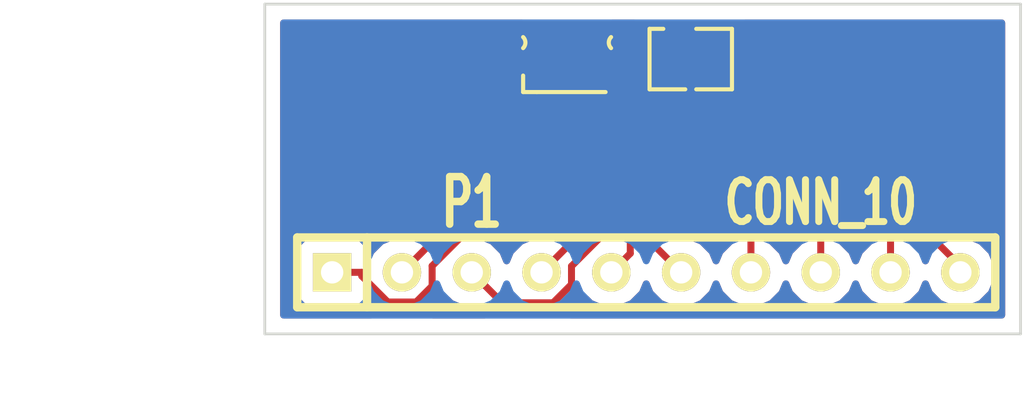
<source format=kicad_pcb>
(kicad_pcb (version 3) (host pcbnew "(2013-jul-07)-stable")

  (general
    (links 10)
    (no_connects 0)
    (area 32.000001 37.871 69.550001 54.7)
    (thickness 1.6)
    (drawings 6)
    (tracks 37)
    (zones 0)
    (modules 3)
    (nets 11)
  )

  (page A3)
  (layers
    (15 F.Cu signal)
    (0 B.Cu signal)
    (16 B.Adhes user)
    (17 F.Adhes user)
    (18 B.Paste user)
    (19 F.Paste user)
    (20 B.SilkS user)
    (21 F.SilkS user)
    (22 B.Mask user)
    (23 F.Mask user)
    (24 Dwgs.User user)
    (25 Cmts.User user)
    (26 Eco1.User user)
    (27 Eco2.User user)
    (28 Edge.Cuts user)
  )

  (setup
    (last_trace_width 0.254)
    (trace_clearance 0.254)
    (zone_clearance 0.508)
    (zone_45_only no)
    (trace_min 0.254)
    (segment_width 0.2)
    (edge_width 0.1)
    (via_size 0.889)
    (via_drill 0.635)
    (via_min_size 0.889)
    (via_min_drill 0.508)
    (uvia_size 0.508)
    (uvia_drill 0.127)
    (uvias_allowed no)
    (uvia_min_size 0.508)
    (uvia_min_drill 0.127)
    (pcb_text_width 0.3)
    (pcb_text_size 1.5 1.5)
    (mod_edge_width 0.15)
    (mod_text_size 1 1)
    (mod_text_width 0.15)
    (pad_size 0.9 0.6)
    (pad_drill 0)
    (pad_to_mask_clearance 0)
    (aux_axis_origin 0 0)
    (visible_elements FFFFFFBF)
    (pcbplotparams
      (layerselection 284196865)
      (usegerberextensions true)
      (excludeedgelayer true)
      (linewidth 0.150000)
      (plotframeref false)
      (viasonmask false)
      (mode 1)
      (useauxorigin false)
      (hpglpennumber 1)
      (hpglpenspeed 20)
      (hpglpendiameter 15)
      (hpglpenoverlay 2)
      (psnegative false)
      (psa4output false)
      (plotreference true)
      (plotvalue true)
      (plotothertext true)
      (plotinvisibletext false)
      (padsonsilk false)
      (subtractmaskfromsilk false)
      (outputformat 1)
      (mirror false)
      (drillshape 0)
      (scaleselection 1)
      (outputdirectory gerber/))
  )

  (net 0 "")
  (net 1 N-000001)
  (net 2 N-0000010)
  (net 3 N-000002)
  (net 4 N-000003)
  (net 5 N-000004)
  (net 6 N-000005)
  (net 7 N-000006)
  (net 8 N-000007)
  (net 9 N-000008)
  (net 10 N-000009)

  (net_class Default "This is the default net class."
    (clearance 0.254)
    (trace_width 0.254)
    (via_dia 0.889)
    (via_drill 0.635)
    (uvia_dia 0.508)
    (uvia_drill 0.127)
    (add_net "")
    (add_net N-000001)
    (add_net N-0000010)
    (add_net N-000002)
    (add_net N-000003)
    (add_net N-000004)
    (add_net N-000005)
    (add_net N-000006)
    (add_net N-000007)
    (add_net N-000008)
    (add_net N-000009)
  )

  (module TCS34725 (layer F.Cu) (tedit 550F1FE4) (tstamp 550F2088)
    (at 57.5 40.5 180)
    (path /550EC0EF)
    (fp_text reference IC1 (at 0 -1.6 180) (layer F.SilkS) hide
      (effects (font (size 1 1) (thickness 0.15)))
    )
    (fp_text value TCS3472 (at 0 1.8 180) (layer F.SilkS) hide
      (effects (font (size 1 1) (thickness 0.15)))
    )
    (fp_line (start -0.2 -1.1) (end -1.5 -1.1) (layer F.SilkS) (width 0.15))
    (fp_line (start -1.5 -1.1) (end -1.5 1.1) (layer F.SilkS) (width 0.15))
    (fp_line (start -1.5 1.1) (end -0.2 1.1) (layer F.SilkS) (width 0.15))
    (fp_line (start 1 1.1) (end 1.5 1.1) (layer F.SilkS) (width 0.15))
    (fp_line (start 1.5 1.1) (end 1.5 -1) (layer F.SilkS) (width 0.15))
    (fp_line (start 1.5 -1) (end 1.5 -1.1) (layer F.SilkS) (width 0.15))
    (fp_line (start 1.5 -1.1) (end 0.2 -1.1) (layer F.SilkS) (width 0.15))
    (pad 1 smd rect (at 0.75 0.65 180) (size 1 0.4)
      (layers F.Cu F.Paste F.Mask)
      (net 4 N-000003)
    )
    (pad 2 smd rect (at 0.75 0 180) (size 1 0.4)
      (layers F.Cu F.Paste F.Mask)
      (net 5 N-000004)
    )
    (pad 3 smd rect (at 0.75 -0.65 180) (size 1 0.4)
      (layers F.Cu F.Paste F.Mask)
      (net 6 N-000005)
    )
    (pad 4 smd rect (at -0.75 -0.65 180) (size 1 0.4)
      (layers F.Cu F.Paste F.Mask)
      (net 7 N-000006)
    )
    (pad 5 smd rect (at -0.75 0 180) (size 1 0.4)
      (layers F.Cu F.Paste F.Mask)
      (net 8 N-000007)
    )
    (pad 6 smd rect (at -0.75 0.65 180) (size 1 0.4)
      (layers F.Cu F.Paste F.Mask)
      (net 9 N-000008)
    )
  )

  (module SIL-10 (layer F.Cu) (tedit 200000) (tstamp 550F209B)
    (at 55.88 48.26)
    (descr "Connecteur 10 pins")
    (tags "CONN DEV")
    (path /550EED33)
    (fp_text reference P1 (at -6.35 -2.54) (layer F.SilkS)
      (effects (font (size 1.72974 1.08712) (thickness 0.3048)))
    )
    (fp_text value CONN_10 (at 6.35 -2.54) (layer F.SilkS)
      (effects (font (size 1.524 1.016) (thickness 0.3048)))
    )
    (fp_line (start -12.7 1.27) (end -12.7 -1.27) (layer F.SilkS) (width 0.3048))
    (fp_line (start -12.7 -1.27) (end 12.7 -1.27) (layer F.SilkS) (width 0.3048))
    (fp_line (start 12.7 -1.27) (end 12.7 1.27) (layer F.SilkS) (width 0.3048))
    (fp_line (start 12.7 1.27) (end -12.7 1.27) (layer F.SilkS) (width 0.3048))
    (fp_line (start -10.16 1.27) (end -10.16 -1.27) (layer F.SilkS) (width 0.3048))
    (pad 1 thru_hole rect (at -11.43 0) (size 1.397 1.397) (drill 0.8128)
      (layers *.Cu *.Mask F.SilkS)
      (net 2 N-0000010)
    )
    (pad 2 thru_hole circle (at -8.89 0) (size 1.397 1.397) (drill 0.8128)
      (layers *.Cu *.Mask F.SilkS)
      (net 10 N-000009)
    )
    (pad 3 thru_hole circle (at -6.35 0) (size 1.397 1.397) (drill 0.8128)
      (layers *.Cu *.Mask F.SilkS)
      (net 1 N-000001)
    )
    (pad 4 thru_hole circle (at -3.81 0) (size 1.397 1.397) (drill 0.8128)
      (layers *.Cu *.Mask F.SilkS)
      (net 3 N-000002)
    )
    (pad 5 thru_hole circle (at -1.27 0) (size 1.397 1.397) (drill 0.8128)
      (layers *.Cu *.Mask F.SilkS)
      (net 4 N-000003)
    )
    (pad 6 thru_hole circle (at 1.27 0) (size 1.397 1.397) (drill 0.8128)
      (layers *.Cu *.Mask F.SilkS)
      (net 5 N-000004)
    )
    (pad 7 thru_hole circle (at 3.81 0) (size 1.397 1.397) (drill 0.8128)
      (layers *.Cu *.Mask F.SilkS)
      (net 6 N-000005)
    )
    (pad 8 thru_hole circle (at 6.35 0) (size 1.397 1.397) (drill 0.8128)
      (layers *.Cu *.Mask F.SilkS)
      (net 7 N-000006)
    )
    (pad 9 thru_hole circle (at 8.89 0) (size 1.397 1.397) (drill 0.8128)
      (layers *.Cu *.Mask F.SilkS)
      (net 8 N-000007)
    )
    (pad 10 thru_hole circle (at 11.43 0) (size 1.397 1.397) (drill 0.8128)
      (layers *.Cu *.Mask F.SilkS)
      (net 9 N-000008)
    )
  )

  (module HSMF-C114 (layer F.Cu) (tedit 550F0998) (tstamp 550F20A8)
    (at 53 40.5)
    (path /550EBDBF)
    (fp_text reference LED1 (at 0 -1.7) (layer F.SilkS) hide
      (effects (font (size 1 1) (thickness 0.15)))
    )
    (fp_text value LED_ARGB (at 0.5 2.2) (layer F.SilkS) hide
      (effects (font (size 1 1) (thickness 0.15)))
    )
    (fp_arc (start 1.8 -0.6) (end 1.6 -0.4) (angle 90) (layer F.SilkS) (width 0.15))
    (fp_arc (start -1.8 -0.6) (end -1.6 -0.8) (angle 90) (layer F.SilkS) (width 0.15))
    (fp_line (start -1.1 1.2) (end 1.4 1.2) (layer F.SilkS) (width 0.15))
    (fp_line (start -1.6 0.6) (end -1.6 1.2) (layer F.SilkS) (width 0.15))
    (fp_line (start -1.6 1.2) (end -1.1 1.2) (layer F.SilkS) (width 0.15))
    (pad 1 smd rect (at -0.75 0.55) (size 0.9 0.6)
      (layers F.Cu F.Paste F.Mask)
      (net 2 N-0000010)
    )
    (pad 2 smd rect (at -0.75 -0.55) (size 0.9 0.6)
      (layers F.Cu F.Paste F.Mask)
      (net 10 N-000009)
    )
    (pad 3 smd rect (at 0.75 -0.55) (size 0.9 0.6)
      (layers F.Cu F.Paste F.Mask)
      (net 1 N-000001)
    )
    (pad 4 smd rect (at 0.75 0.55) (size 0.9 0.6)
      (layers F.Cu F.Paste F.Mask)
      (net 3 N-000002)
    )
  )

  (dimension 12 (width 0.3) (layer Dwgs.User)
    (gr_text "12.000 mm" (at 38.65 44.5 90) (layer Dwgs.User)
      (effects (font (size 1.5 1.5) (thickness 0.3)))
    )
    (feature1 (pts (xy 41 38.5) (xy 37.3 38.5)))
    (feature2 (pts (xy 41 50.5) (xy 37.3 50.5)))
    (crossbar (pts (xy 40 50.5) (xy 40 38.5)))
    (arrow1a (pts (xy 40 38.5) (xy 40.58642 39.626503)))
    (arrow1b (pts (xy 40 38.5) (xy 39.41358 39.626503)))
    (arrow2a (pts (xy 40 50.5) (xy 40.58642 49.373497)))
    (arrow2b (pts (xy 40 50.5) (xy 39.41358 49.373497)))
  )
  (dimension 27.5 (width 0.3) (layer Dwgs.User)
    (gr_text "27.500 mm" (at 55.75 53.349999) (layer Dwgs.User)
      (effects (font (size 1.5 1.5) (thickness 0.3)))
    )
    (feature1 (pts (xy 42 51) (xy 42 54.699999)))
    (feature2 (pts (xy 69.5 51) (xy 69.5 54.699999)))
    (crossbar (pts (xy 69.5 51.999999) (xy 42 51.999999)))
    (arrow1a (pts (xy 42 51.999999) (xy 43.126503 51.413579)))
    (arrow1b (pts (xy 42 51.999999) (xy 43.126503 52.586419)))
    (arrow2a (pts (xy 69.5 51.999999) (xy 68.373497 51.413579)))
    (arrow2b (pts (xy 69.5 51.999999) (xy 68.373497 52.586419)))
  )
  (gr_line (start 42 50.5) (end 69.5 50.5) (angle 90) (layer Edge.Cuts) (width 0.1))
  (gr_line (start 42 38.5) (end 42 50.5) (angle 90) (layer Edge.Cuts) (width 0.1))
  (gr_line (start 69.5 38.5) (end 42 38.5) (angle 90) (layer Edge.Cuts) (width 0.1))
  (gr_line (start 69.5 50.5) (end 69.5 38.5) (angle 90) (layer Edge.Cuts) (width 0.1))

  (segment (start 54.5813 46.6147) (end 54.5813 39.95) (width 0.254) (layer F.Cu) (net 1))
  (segment (start 53.1602 48.0358) (end 54.5813 46.6147) (width 0.254) (layer F.Cu) (net 1))
  (segment (start 53.1602 48.697) (end 53.1602 48.0358) (width 0.254) (layer F.Cu) (net 1))
  (segment (start 52.4886 49.3686) (end 53.1602 48.697) (width 0.254) (layer F.Cu) (net 1))
  (segment (start 50.6386 49.3686) (end 52.4886 49.3686) (width 0.254) (layer F.Cu) (net 1))
  (segment (start 49.53 48.26) (end 50.6386 49.3686) (width 0.254) (layer F.Cu) (net 1))
  (segment (start 53.75 39.95) (end 54.5813 39.95) (width 0.254) (layer F.Cu) (net 1))
  (segment (start 45.5298 48.3951) (end 45.5298 48.26) (width 0.254) (layer F.Cu) (net 2))
  (segment (start 46.4745 49.3398) (end 45.5298 48.3951) (width 0.254) (layer F.Cu) (net 2))
  (segment (start 47.5067 49.3398) (end 46.4745 49.3398) (width 0.254) (layer F.Cu) (net 2))
  (segment (start 48.0891 48.7574) (end 47.5067 49.3398) (width 0.254) (layer F.Cu) (net 2))
  (segment (start 48.0891 48.0268) (end 48.0891 48.7574) (width 0.254) (layer F.Cu) (net 2))
  (segment (start 52.25 43.8659) (end 48.0891 48.0268) (width 0.254) (layer F.Cu) (net 2))
  (segment (start 52.25 41.05) (end 52.25 43.8659) (width 0.254) (layer F.Cu) (net 2))
  (segment (start 44.45 48.26) (end 45.5298 48.26) (width 0.254) (layer F.Cu) (net 2))
  (segment (start 53.75 46.58) (end 52.07 48.26) (width 0.254) (layer F.Cu) (net 3))
  (segment (start 53.75 41.05) (end 53.75 46.58) (width 0.254) (layer F.Cu) (net 3))
  (segment (start 55.7998 39.85) (end 56.75 39.85) (width 0.254) (layer F.Cu) (net 4))
  (segment (start 55.2994 40.3504) (end 55.7998 39.85) (width 0.254) (layer F.Cu) (net 4))
  (segment (start 55.2994 47.5706) (end 55.2994 40.3504) (width 0.254) (layer F.Cu) (net 4))
  (segment (start 54.61 48.26) (end 55.2994 47.5706) (width 0.254) (layer F.Cu) (net 4))
  (segment (start 55.8687 46.9787) (end 55.8687 40.5) (width 0.254) (layer F.Cu) (net 5))
  (segment (start 57.15 48.26) (end 55.8687 46.9787) (width 0.254) (layer F.Cu) (net 5))
  (segment (start 56.75 40.5) (end 55.8687 40.5) (width 0.254) (layer F.Cu) (net 5))
  (segment (start 59.69 44.09) (end 56.75 41.15) (width 0.254) (layer F.Cu) (net 6))
  (segment (start 59.69 48.26) (end 59.69 44.09) (width 0.254) (layer F.Cu) (net 6))
  (segment (start 62.23 45.13) (end 58.25 41.15) (width 0.254) (layer F.Cu) (net 7))
  (segment (start 62.23 48.26) (end 62.23 45.13) (width 0.254) (layer F.Cu) (net 7))
  (segment (start 58.8592 40.5) (end 58.25 40.5) (width 0.254) (layer F.Cu) (net 8))
  (segment (start 64.77 46.4108) (end 58.8592 40.5) (width 0.254) (layer F.Cu) (net 8))
  (segment (start 64.77 48.26) (end 64.77 46.4108) (width 0.254) (layer F.Cu) (net 8))
  (segment (start 58.25 39.85) (end 59.1313 39.85) (width 0.254) (layer F.Cu) (net 9))
  (segment (start 67.31 48.0287) (end 59.1313 39.85) (width 0.254) (layer F.Cu) (net 9))
  (segment (start 67.31 48.26) (end 67.31 48.0287) (width 0.254) (layer F.Cu) (net 9))
  (segment (start 51.4187 43.8313) (end 46.99 48.26) (width 0.254) (layer F.Cu) (net 10))
  (segment (start 51.4187 39.95) (end 51.4187 43.8313) (width 0.254) (layer F.Cu) (net 10))
  (segment (start 52.25 39.95) (end 51.4187 39.95) (width 0.254) (layer F.Cu) (net 10))

  (zone (net 0) (net_name "") (layer F.Cu) (tstamp 550F27FB) (hatch edge 0.508)
    (connect_pads (clearance 0.508))
    (min_thickness 0.254)
    (fill (arc_segments 16) (thermal_gap 0.508) (thermal_bridge_width 0.508))
    (polygon
      (pts
        (xy 69.5 50.5) (xy 42 50.5) (xy 42 38.5) (xy 69.5 38.5)
      )
    )
    (filled_polygon
      (pts
        (xy 50.00737 49.815) (xy 48.10913 49.815) (xy 48.627915 49.296216) (xy 48.627915 49.296215) (xy 48.648879 49.26484)
        (xy 48.773647 49.389826) (xy 49.263587 49.593267) (xy 49.786093 49.593723) (xy 50.00737 49.815)
      )
    )
    (filled_polygon
      (pts
        (xy 51.367001 39.185) (xy 51.350383 39.201588) (xy 51.127095 39.246004) (xy 50.879885 39.411185) (xy 50.714704 39.658395)
        (xy 50.6567 39.95) (xy 50.6567 43.515669) (xy 47.245646 46.926723) (xy 46.725914 46.92627) (xy 46.23562 47.128855)
        (xy 45.860174 47.503647) (xy 45.834735 47.56491) (xy 45.821405 47.556004) (xy 45.78361 47.548486) (xy 45.78361 47.435745)
        (xy 45.687141 47.202271) (xy 45.508668 47.023487) (xy 45.275364 46.926611) (xy 45.022745 46.92639) (xy 43.625745 46.92639)
        (xy 43.392271 47.022859) (xy 43.213487 47.201332) (xy 43.116611 47.434636) (xy 43.11639 47.687255) (xy 43.11639 49.084255)
        (xy 43.212859 49.317729) (xy 43.391332 49.496513) (xy 43.624636 49.593389) (xy 43.877255 49.59361) (xy 45.274255 49.59361)
        (xy 45.507729 49.497141) (xy 45.530989 49.47392) (xy 45.872069 49.815) (xy 42.685 49.815) (xy 42.685 39.185)
        (xy 51.367001 39.185)
      )
    )
    (filled_polygon
      (pts
        (xy 52.988 46.264369) (xy 52.325645 46.926723) (xy 51.805914 46.92627) (xy 51.31562 47.128855) (xy 50.940174 47.503647)
        (xy 50.799906 47.841448) (xy 50.661145 47.50562) (xy 50.286353 47.130174) (xy 50.128784 47.064745) (xy 52.788815 44.404716)
        (xy 52.788815 44.404715) (xy 52.953996 44.157505) (xy 52.988 43.986555) (xy 52.988 46.264369)
      )
    )
    (filled_polygon
      (pts
        (xy 55.449833 39.185) (xy 55.260984 39.311185) (xy 55.136484 39.435684) (xy 55.120115 39.411185) (xy 54.872905 39.246004)
        (xy 54.649613 39.201588) (xy 54.633053 39.185) (xy 55.449833 39.185)
      )
    )
    (filled_polygon
      (pts
        (xy 58.928 47.136461) (xy 58.560174 47.503647) (xy 58.419906 47.841448) (xy 58.281145 47.50562) (xy 57.906353 47.130174)
        (xy 57.416413 46.926733) (xy 56.893907 46.926276) (xy 56.6307 46.663069) (xy 56.6307 42.10833) (xy 58.928 44.40563)
        (xy 58.928 47.136461)
      )
    )
    (filled_polygon
      (pts
        (xy 61.468 47.136461) (xy 61.100174 47.503647) (xy 60.959906 47.841448) (xy 60.821145 47.50562) (xy 60.452 47.13583)
        (xy 60.452 44.42963) (xy 61.468 45.44563) (xy 61.468 47.136461)
      )
    )
    (filled_polygon
      (pts
        (xy 64.008 47.136461) (xy 63.640174 47.503647) (xy 63.499906 47.841448) (xy 63.361145 47.50562) (xy 62.992 47.13583)
        (xy 62.992 45.71043) (xy 64.008 46.72643) (xy 64.008 47.136461)
      )
    )
    (filled_polygon
      (pts
        (xy 66.041435 47.837766) (xy 66.039906 47.841448) (xy 66.036236 47.832567) (xy 66.041435 47.837766)
      )
    )
    (filled_polygon
      (pts
        (xy 68.815 49.815) (xy 53.11983 49.815) (xy 53.699015 49.235816) (xy 53.699015 49.235815) (xy 53.699371 49.235281)
        (xy 53.853647 49.389826) (xy 54.343587 49.593267) (xy 54.874086 49.59373) (xy 55.36438 49.391145) (xy 55.739826 49.016353)
        (xy 55.880093 48.678551) (xy 56.018855 49.01438) (xy 56.393647 49.389826) (xy 56.883587 49.593267) (xy 57.414086 49.59373)
        (xy 57.90438 49.391145) (xy 58.279826 49.016353) (xy 58.420093 48.678551) (xy 58.558855 49.01438) (xy 58.933647 49.389826)
        (xy 59.423587 49.593267) (xy 59.954086 49.59373) (xy 60.44438 49.391145) (xy 60.819826 49.016353) (xy 60.960093 48.678551)
        (xy 61.098855 49.01438) (xy 61.473647 49.389826) (xy 61.963587 49.593267) (xy 62.494086 49.59373) (xy 62.98438 49.391145)
        (xy 63.359826 49.016353) (xy 63.500093 48.678551) (xy 63.638855 49.01438) (xy 64.013647 49.389826) (xy 64.503587 49.593267)
        (xy 65.034086 49.59373) (xy 65.52438 49.391145) (xy 65.899826 49.016353) (xy 66.040093 48.678551) (xy 66.178855 49.01438)
        (xy 66.553647 49.389826) (xy 67.043587 49.593267) (xy 67.574086 49.59373) (xy 68.06438 49.391145) (xy 68.439826 49.016353)
        (xy 68.643267 48.526413) (xy 68.64373 47.995914) (xy 68.441145 47.50562) (xy 68.066353 47.130174) (xy 67.576413 46.926733)
        (xy 67.285409 46.926479) (xy 59.670115 39.311185) (xy 59.481266 39.185) (xy 68.815 39.185) (xy 68.815 49.815)
      )
    )
  )
  (zone (net 0) (net_name "") (layer B.Cu) (tstamp 550F284D) (hatch edge 0.508)
    (connect_pads (clearance 0.508))
    (min_thickness 0.254)
    (fill (arc_segments 16) (thermal_gap 0.508) (thermal_bridge_width 0.508))
    (polygon
      (pts
        (xy 69.5 50.5) (xy 42 50.5) (xy 42 38.5) (xy 69.5 38.5)
      )
    )
    (filled_polygon
      (pts
        (xy 68.815 49.815) (xy 68.64373 49.815) (xy 68.64373 47.995914) (xy 68.441145 47.50562) (xy 68.066353 47.130174)
        (xy 67.576413 46.926733) (xy 67.045914 46.92627) (xy 66.55562 47.128855) (xy 66.180174 47.503647) (xy 66.039906 47.841448)
        (xy 65.901145 47.50562) (xy 65.526353 47.130174) (xy 65.036413 46.926733) (xy 64.505914 46.92627) (xy 64.01562 47.128855)
        (xy 63.640174 47.503647) (xy 63.499906 47.841448) (xy 63.361145 47.50562) (xy 62.986353 47.130174) (xy 62.496413 46.926733)
        (xy 61.965914 46.92627) (xy 61.47562 47.128855) (xy 61.100174 47.503647) (xy 60.959906 47.841448) (xy 60.821145 47.50562)
        (xy 60.446353 47.130174) (xy 59.956413 46.926733) (xy 59.425914 46.92627) (xy 58.93562 47.128855) (xy 58.560174 47.503647)
        (xy 58.419906 47.841448) (xy 58.281145 47.50562) (xy 57.906353 47.130174) (xy 57.416413 46.926733) (xy 56.885914 46.92627)
        (xy 56.39562 47.128855) (xy 56.020174 47.503647) (xy 55.879906 47.841448) (xy 55.741145 47.50562) (xy 55.366353 47.130174)
        (xy 54.876413 46.926733) (xy 54.345914 46.92627) (xy 53.85562 47.128855) (xy 53.480174 47.503647) (xy 53.339906 47.841448)
        (xy 53.201145 47.50562) (xy 52.826353 47.130174) (xy 52.336413 46.926733) (xy 51.805914 46.92627) (xy 51.31562 47.128855)
        (xy 50.940174 47.503647) (xy 50.799906 47.841448) (xy 50.661145 47.50562) (xy 50.286353 47.130174) (xy 49.796413 46.926733)
        (xy 49.265914 46.92627) (xy 48.77562 47.128855) (xy 48.400174 47.503647) (xy 48.259906 47.841448) (xy 48.121145 47.50562)
        (xy 47.746353 47.130174) (xy 47.256413 46.926733) (xy 46.725914 46.92627) (xy 46.23562 47.128855) (xy 45.860174 47.503647)
        (xy 45.78361 47.688033) (xy 45.78361 47.435745) (xy 45.687141 47.202271) (xy 45.508668 47.023487) (xy 45.275364 46.926611)
        (xy 45.022745 46.92639) (xy 43.625745 46.92639) (xy 43.392271 47.022859) (xy 43.213487 47.201332) (xy 43.116611 47.434636)
        (xy 43.11639 47.687255) (xy 43.11639 49.084255) (xy 43.212859 49.317729) (xy 43.391332 49.496513) (xy 43.624636 49.593389)
        (xy 43.877255 49.59361) (xy 45.274255 49.59361) (xy 45.507729 49.497141) (xy 45.686513 49.318668) (xy 45.783389 49.085364)
        (xy 45.78361 48.832745) (xy 45.78361 48.832272) (xy 45.858855 49.01438) (xy 46.233647 49.389826) (xy 46.723587 49.593267)
        (xy 47.254086 49.59373) (xy 47.74438 49.391145) (xy 48.119826 49.016353) (xy 48.260093 48.678551) (xy 48.398855 49.01438)
        (xy 48.773647 49.389826) (xy 49.263587 49.593267) (xy 49.794086 49.59373) (xy 50.28438 49.391145) (xy 50.659826 49.016353)
        (xy 50.800093 48.678551) (xy 50.938855 49.01438) (xy 51.313647 49.389826) (xy 51.803587 49.593267) (xy 52.334086 49.59373)
        (xy 52.82438 49.391145) (xy 53.199826 49.016353) (xy 53.340093 48.678551) (xy 53.478855 49.01438) (xy 53.853647 49.389826)
        (xy 54.343587 49.593267) (xy 54.874086 49.59373) (xy 55.36438 49.391145) (xy 55.739826 49.016353) (xy 55.880093 48.678551)
        (xy 56.018855 49.01438) (xy 56.393647 49.389826) (xy 56.883587 49.593267) (xy 57.414086 49.59373) (xy 57.90438 49.391145)
        (xy 58.279826 49.016353) (xy 58.420093 48.678551) (xy 58.558855 49.01438) (xy 58.933647 49.389826) (xy 59.423587 49.593267)
        (xy 59.954086 49.59373) (xy 60.44438 49.391145) (xy 60.819826 49.016353) (xy 60.960093 48.678551) (xy 61.098855 49.01438)
        (xy 61.473647 49.389826) (xy 61.963587 49.593267) (xy 62.494086 49.59373) (xy 62.98438 49.391145) (xy 63.359826 49.016353)
        (xy 63.500093 48.678551) (xy 63.638855 49.01438) (xy 64.013647 49.389826) (xy 64.503587 49.593267) (xy 65.034086 49.59373)
        (xy 65.52438 49.391145) (xy 65.899826 49.016353) (xy 66.040093 48.678551) (xy 66.178855 49.01438) (xy 66.553647 49.389826)
        (xy 67.043587 49.593267) (xy 67.574086 49.59373) (xy 68.06438 49.391145) (xy 68.439826 49.016353) (xy 68.643267 48.526413)
        (xy 68.64373 47.995914) (xy 68.64373 49.815) (xy 42.685 49.815) (xy 42.685 39.185) (xy 68.815 39.185)
        (xy 68.815 49.815)
      )
    )
  )
)

</source>
